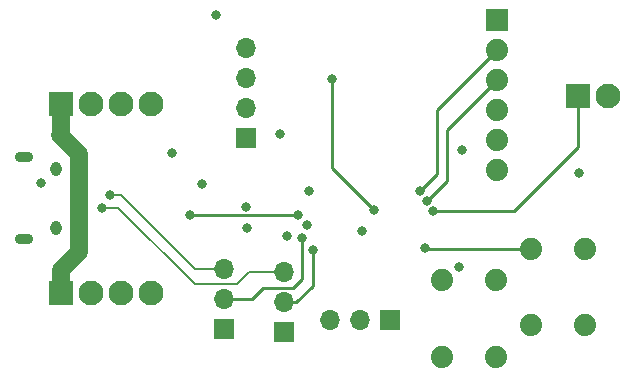
<source format=gbr>
%TF.GenerationSoftware,KiCad,Pcbnew,6.0.11-2627ca5db0~126~ubuntu22.04.1*%
%TF.CreationDate,2023-02-28T18:34:57-05:00*%
%TF.ProjectId,canbus-thermistor,63616e62-7573-42d7-9468-65726d697374,1.0*%
%TF.SameCoordinates,Original*%
%TF.FileFunction,Copper,L2,Inr*%
%TF.FilePolarity,Positive*%
%FSLAX46Y46*%
G04 Gerber Fmt 4.6, Leading zero omitted, Abs format (unit mm)*
G04 Created by KiCad (PCBNEW 6.0.11-2627ca5db0~126~ubuntu22.04.1) date 2023-02-28 18:34:57*
%MOMM*%
%LPD*%
G01*
G04 APERTURE LIST*
%TA.AperFunction,ComponentPad*%
%ADD10R,1.700000X1.700000*%
%TD*%
%TA.AperFunction,ComponentPad*%
%ADD11O,1.700000X1.700000*%
%TD*%
%TA.AperFunction,ComponentPad*%
%ADD12R,2.100000X2.100000*%
%TD*%
%TA.AperFunction,ComponentPad*%
%ADD13C,2.100000*%
%TD*%
%TA.AperFunction,ComponentPad*%
%ADD14C,1.879600*%
%TD*%
%TA.AperFunction,ComponentPad*%
%ADD15R,1.879600X1.879600*%
%TD*%
%TA.AperFunction,ComponentPad*%
%ADD16O,0.950000X1.250000*%
%TD*%
%TA.AperFunction,ComponentPad*%
%ADD17O,1.550000X0.890000*%
%TD*%
%TA.AperFunction,ViaPad*%
%ADD18C,0.800000*%
%TD*%
%TA.AperFunction,Conductor*%
%ADD19C,1.500000*%
%TD*%
%TA.AperFunction,Conductor*%
%ADD20C,0.250000*%
%TD*%
%TA.AperFunction,Conductor*%
%ADD21C,0.200000*%
%TD*%
G04 APERTURE END LIST*
D10*
%TO.N,CAN_RX*%
%TO.C,JP1*%
X73400000Y-97140000D03*
D11*
%TO.N,Net-(JP1-Pad2)*%
X73400000Y-94600000D03*
%TO.N,USB_D-*%
X73400000Y-92060000D03*
%TD*%
D12*
%TO.N,+BATT*%
%TO.C,J5*%
X59625000Y-94100000D03*
D13*
%TO.N,CANH*%
X62165000Y-94100000D03*
%TO.N,CANL*%
X64705000Y-94100000D03*
%TO.N,GND*%
X67245000Y-94100000D03*
%TD*%
D10*
%TO.N,SWDIO*%
%TO.C,J6*%
X87490000Y-96350000D03*
D11*
%TO.N,GND*%
X84950000Y-96350000D03*
%TO.N,SWDCLK*%
X82410000Y-96350000D03*
%TD*%
D14*
%TO.N,+3V3*%
%TO.C,S1*%
X96435600Y-92998800D03*
%TO.N,unconnected-(S1-Pad2)*%
X96435600Y-99501200D03*
%TO.N,Net-(R1-Pad1)*%
X91914400Y-92998800D03*
%TO.N,unconnected-(S1-Pad4)*%
X91914400Y-99501200D03*
%TD*%
D15*
%TO.N,unconnected-(J2-Pad1)*%
%TO.C,J2*%
X96500000Y-70990000D03*
D14*
%TO.N,RXD2*%
X96500000Y-73530000D03*
%TO.N,TXD2*%
X96500000Y-76070000D03*
%TO.N,Net-(JP3-Pad1)*%
X96500000Y-78610000D03*
%TO.N,unconnected-(J2-Pad5)*%
X96500000Y-81150000D03*
%TO.N,GND*%
X96500000Y-83690000D03*
%TD*%
D12*
%TO.N,+BATT*%
%TO.C,J4*%
X59660000Y-78075000D03*
D13*
%TO.N,CANH*%
X62200000Y-78075000D03*
%TO.N,CANL*%
X64740000Y-78075000D03*
%TO.N,GND*%
X67280000Y-78075000D03*
%TD*%
D10*
%TO.N,+5V*%
%TO.C,U3*%
X75247300Y-81002600D03*
D11*
%TO.N,GND*%
X75247300Y-78462600D03*
%TO.N,+12V*%
X75247300Y-75922600D03*
%TO.N,unconnected-(U3-Pad4)*%
X75247300Y-73382600D03*
%TD*%
D14*
%TO.N,GND*%
%TO.C,S2*%
X103960600Y-90323800D03*
%TO.N,unconnected-(S2-Pad2)*%
X103960600Y-96826200D03*
%TO.N,~{RESET}*%
X99439400Y-90323800D03*
%TO.N,unconnected-(S2-Pad4)*%
X99439400Y-96826200D03*
%TD*%
D16*
%TO.N,GND*%
%TO.C,J1*%
X59210000Y-83550000D03*
D17*
X56510000Y-82550000D03*
X56510000Y-89550000D03*
D16*
X59210000Y-88550000D03*
%TD*%
D12*
%TO.N,VTHERM*%
%TO.C,J3*%
X103350000Y-77425000D03*
D13*
%TO.N,GND*%
X105890000Y-77425000D03*
%TD*%
D10*
%TO.N,CAN_TX*%
%TO.C,JP2*%
X78525000Y-97425000D03*
D11*
%TO.N,Net-(JP2-Pad2)*%
X78525000Y-94885000D03*
%TO.N,USB_D+*%
X78525000Y-92345000D03*
%TD*%
D18*
%TO.N,GND*%
X80450000Y-88350000D03*
X72725000Y-70575000D03*
X93350000Y-91850000D03*
X80600000Y-85425000D03*
X75300000Y-86775000D03*
%TO.N,+3V3*%
X78150000Y-80600000D03*
X85100000Y-88800000D03*
X93575000Y-81950000D03*
X78750000Y-89250000D03*
X103450000Y-83900000D03*
X68975000Y-82275000D03*
%TO.N,VBUS*%
X57884502Y-84775000D03*
%TO.N,USB_D-*%
X63750000Y-85825000D03*
%TO.N,USB_D+*%
X63050000Y-86875000D03*
%TO.N,VTHERM*%
X91125000Y-87150000D03*
%TO.N,CAN_RX*%
X71525000Y-84850000D03*
%TO.N,Net-(JP1-Pad2)*%
X80025000Y-89475000D03*
%TO.N,CAN_TX*%
X75400000Y-88550000D03*
%TO.N,Net-(JP2-Pad2)*%
X80950000Y-90450000D03*
%TO.N,VBAT_MON*%
X82550000Y-75950000D03*
X86125000Y-87100000D03*
%TO.N,CAN_STBY*%
X70550000Y-87450000D03*
X79650000Y-87500000D03*
%TO.N,TXD2*%
X90600000Y-86275000D03*
%TO.N,RXD2*%
X89990592Y-85482770D03*
%TO.N,~{RESET}*%
X90475000Y-90300000D03*
%TD*%
D19*
%TO.N,+BATT*%
X59660000Y-80615000D02*
X59660000Y-78075000D01*
X61175000Y-90600000D02*
X61175000Y-82300000D01*
X61175000Y-82300000D02*
X59575000Y-80700000D01*
X59625000Y-92150000D02*
X61175000Y-90600000D01*
X59625000Y-94100000D02*
X59625000Y-92150000D01*
D20*
X59575000Y-80700000D02*
X59660000Y-80615000D01*
D21*
%TO.N,USB_D-*%
X63750000Y-85825000D02*
X64675000Y-85825000D01*
X70925000Y-92075000D02*
X70940000Y-92060000D01*
X64675000Y-85825000D02*
X70925000Y-92075000D01*
X70940000Y-92060000D02*
X73400000Y-92060000D01*
%TO.N,USB_D+*%
X75505000Y-92345000D02*
X78525000Y-92345000D01*
X63050000Y-86875000D02*
X64450000Y-86875000D01*
X64450000Y-86875000D02*
X70925000Y-93350000D01*
X70925000Y-93350000D02*
X74500000Y-93350000D01*
X74500000Y-93350000D02*
X75505000Y-92345000D01*
D20*
%TO.N,VTHERM*%
X91125000Y-87150000D02*
X97950000Y-87150000D01*
X97950000Y-87150000D02*
X103350000Y-81750000D01*
X103350000Y-81750000D02*
X103350000Y-77425000D01*
%TO.N,Net-(JP1-Pad2)*%
X80025000Y-89475000D02*
X80025000Y-92875000D01*
X79275000Y-93625000D02*
X76750000Y-93625000D01*
X80025000Y-92875000D02*
X79275000Y-93625000D01*
X75775000Y-94600000D02*
X73400000Y-94600000D01*
X76750000Y-93625000D02*
X75775000Y-94600000D01*
%TO.N,Net-(JP2-Pad2)*%
X79540000Y-94885000D02*
X80950000Y-93475000D01*
X80950000Y-93475000D02*
X80950000Y-90450000D01*
X78525000Y-94885000D02*
X79540000Y-94885000D01*
%TO.N,VBAT_MON*%
X82550000Y-83525000D02*
X82550000Y-75950000D01*
X86125000Y-87100000D02*
X82550000Y-83525000D01*
%TO.N,CAN_STBY*%
X70600000Y-87500000D02*
X70550000Y-87450000D01*
X79650000Y-87500000D02*
X70600000Y-87500000D01*
%TO.N,TXD2*%
X92275000Y-80295000D02*
X96500000Y-76070000D01*
X92275000Y-84600000D02*
X92275000Y-80295000D01*
X90600000Y-86275000D02*
X92275000Y-84600000D01*
%TO.N,RXD2*%
X89990592Y-85482770D02*
X91475000Y-83998362D01*
X91475000Y-78555000D02*
X96500000Y-73530000D01*
X91475000Y-83998362D02*
X91475000Y-78555000D01*
%TO.N,~{RESET}*%
X90498800Y-90323800D02*
X99439400Y-90323800D01*
X90475000Y-90300000D02*
X90498800Y-90323800D01*
%TD*%
M02*

</source>
